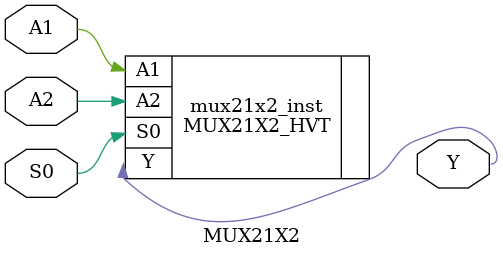
<source format=sv>
module MUX21X2 ( input A1, input A2, input S0, output Y );
   MUX21X2_HVT mux21x2_inst (.A1(A1), .A2(A2), .S0(S0), .Y(Y) );
endmodule


</source>
